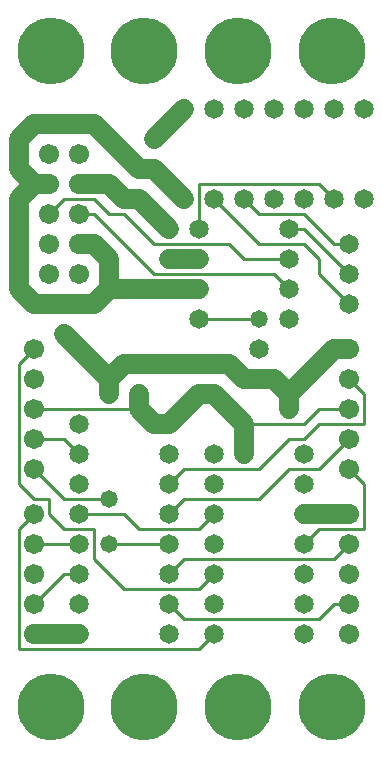
<source format=gbl>
%MOIN*%
%FSLAX25Y25*%
G04 D10 used for Character Trace; *
G04     Circle (OD=.01000) (No hole)*
G04 D11 used for Power Trace; *
G04     Circle (OD=.06500) (No hole)*
G04 D12 used for Signal Trace; *
G04     Circle (OD=.01100) (No hole)*
G04 D13 used for Via; *
G04     Circle (OD=.05800) (Round. Hole ID=.02800)*
G04 D14 used for Component hole; *
G04     Circle (OD=.06500) (Round. Hole ID=.03500)*
G04 D15 used for Component hole; *
G04     Circle (OD=.06700) (Round. Hole ID=.04300)*
G04 D16 used for Component hole; *
G04     Circle (OD=.08100) (Round. Hole ID=.05100)*
G04 D17 used for Component hole; *
G04     Circle (OD=.08900) (Round. Hole ID=.05900)*
G04 D18 used for Component hole; *
G04     Circle (OD=.11300) (Round. Hole ID=.08300)*
G04 D19 used for Component hole; *
G04     Circle (OD=.16000) (Round. Hole ID=.13000)*
G04 D20 used for Component hole; *
G04     Circle (OD=.18300) (Round. Hole ID=.15300)*
G04 D21 used for Component hole; *
G04     Circle (OD=.22291) (Round. Hole ID=.19291)*
%ADD10C,.01000*%
%ADD11C,.06500*%
%ADD12C,.01100*%
%ADD13C,.05800*%
%ADD14C,.06500*%
%ADD15C,.06700*%
%ADD16C,.08100*%
%ADD17C,.08900*%
%ADD18C,.11300*%
%ADD19C,.16000*%
%ADD20C,.18300*%
%ADD21C,.22291*%
%IPPOS*%
%LPD*%
G90*X0Y0D02*D21*X15625Y15625D03*D12*              
X5000Y35000D02*X65000D01*X70000Y40000D01*D14*D03* 
D12*X60000Y45000D02*X105000D01*X110000Y50000D01*  
X115000D01*D15*D03*Y60000D03*Y40000D03*D14*       
X100000Y60000D03*Y50000D03*D12*X60000Y65000D02*   
X110000D01*X55000Y60000D02*X60000Y65000D01*D14*   
X55000Y60000D03*D12*X40000Y55000D02*X65000D01*    
X40000D02*X30000Y65000D01*Y75000D01*X20000D01*    
X15000Y80000D01*Y85000D01*X10000D01*              
X5000Y90000D01*Y130000D01*X10000Y135000D01*D15*   
D03*Y125000D03*D13*X20000Y140000D03*D11*          
X35000Y125000D01*Y120000D01*D14*D03*D11*          
Y125000D02*X40000Y130000D01*X65000D01*D14*D03*D11*
X75000D01*X80000Y125000D01*X90000D01*             
X95000Y120000D01*Y115000D01*D14*D03*D12*          
X80000Y110000D02*X100000D01*D11*X80000Y100000D02* 
Y110000D01*D13*Y100000D03*D12*X60000Y95000D02*    
X85000D01*X55000Y90000D02*X60000Y95000D01*D14*    
X55000Y90000D03*D12*Y80000D02*X60000Y85000D01*D14*
X55000Y80000D03*D12*X60000Y85000D02*X85000D01*    
X95000Y95000D01*X105000D01*X115000Y105000D01*D15* 
D03*D12*X105000Y110000D02*X120000D01*             
X100000Y105000D02*X105000Y110000D01*              
X95000Y105000D02*X100000D01*X85000Y95000D02*      
X95000Y105000D01*D14*X100000Y80000D03*D11*        
X115000D01*D15*D03*D12*X105000Y75000D02*          
X120000D01*X100000Y70000D02*X105000Y75000D01*D14* 
X100000Y70000D03*D12*X110000Y65000D02*            
X115000Y70000D01*D15*D03*D12*X120000Y75000D02*    
Y90000D01*X115000Y95000D01*D15*D03*D12*           
X100000Y110000D02*X105000Y115000D01*X115000D01*   
D15*D03*D12*X120000Y110000D02*Y120000D01*         
X115000Y125000D01*D15*D03*Y135000D03*D11*         
X110000D01*X95000Y120000D01*D14*X85000Y135000D03* 
D11*X80000Y110000D02*X75000Y115000D01*D14*D03*D11*
X70000Y120000D01*X65000D01*D14*D03*D11*           
X55000Y110000D01*D14*D03*D11*X50000D01*           
X45000Y115000D01*D12*X10000D01*D15*D03*D12*       
X25000Y100000D02*X20000Y105000D01*D14*            
X25000Y100000D03*D12*X10000Y105000D02*X20000D01*  
D15*X10000D03*Y95000D03*D12*X20000Y85000D01*      
X35000D01*D13*D03*D12*X45000Y75000D02*            
X40000Y80000D01*X45000Y75000D02*X65000D01*        
X70000Y80000D01*D14*D03*Y90000D03*Y70000D03*      
X55000D03*D12*X35000D01*D13*D03*D14*              
X25000Y80000D03*D12*X40000D01*D14*X25000Y90000D03*
Y70000D03*D12*X10000D01*D15*D03*D12*              
X5000Y35000D02*Y75000D01*D15*X10000Y40000D03*D11* 
X25000D01*D14*D03*Y50000D03*D15*X10000D03*D12*    
X20000Y60000D01*X25000D01*D14*D03*D15*X10000D03*  
D12*X5000Y75000D02*X10000Y80000D01*D15*D03*D14*   
X25000Y110000D03*D11*X45000Y115000D02*Y120000D01* 
D14*D03*X55000Y100000D03*X70000D03*               
X65000Y145000D03*D12*X85000D01*D13*D03*D14*       
X95000Y155000D03*D12*X90000Y160000D01*X50000D01*  
X30000Y180000D01*X25000D01*D15*D03*D12*X35000D02* 
X30000Y185000D01*X35000Y180000D02*X40000D01*      
X50000Y170000D01*X75000D01*X80000Y165000D01*      
X95000D01*D14*D03*D12*X105000D02*                 
X100000Y170000D01*X105000Y160000D02*Y165000D01*   
X115000Y150000D02*X105000Y160000D01*D14*          
X115000Y150000D03*Y160000D03*D12*                 
X100000Y175000D01*X95000D01*D14*D03*D12*          
X85000Y170000D02*X100000D01*X85000D02*            
X70000Y185000D01*D14*D03*D12*X65000Y175000D02*    
Y190000D01*D14*Y175000D03*X55000Y165000D03*D11*   
X65000D01*D14*D03*D13*X55000Y175000D03*D11*       
X45000Y185000D01*X40000D01*X35000Y190000D01*      
X25000D01*D15*D03*D12*X20000Y185000D02*X30000D01* 
X15000Y180000D02*X20000Y185000D01*D15*            
X15000Y180000D03*X25000Y170000D03*D11*X30000D01*  
X35000Y165000D01*Y155000D01*X30000Y150000D01*     
X10000D01*X5000Y155000D01*Y185000D01*             
X10000Y190000D01*X15000D01*D15*D03*D11*X10000D02* 
X5000Y195000D01*Y205000D01*X10000Y210000D01*      
X30000D01*X45000Y195000D01*X50000D01*D14*D03*D11* 
X60000Y185000D01*D14*D03*D12*X65000Y190000D02*    
X105000D01*X110000Y185000D01*D14*D03*X120000D03*  
X100000D03*D12*X110000Y170000D02*                 
X100000Y180000D01*X110000Y170000D02*X115000D01*   
D14*D03*D12*X85000Y180000D02*X100000D01*X85000D02*
X80000Y185000D01*D14*D03*X90000D03*               
X110000Y215000D03*X55000Y155000D03*D11*X35000D01* 
D15*X25000Y160000D03*X15000Y170000D03*Y160000D03* 
D11*X55000Y155000D02*X65000D01*D14*D03*           
X95000Y145000D03*D15*X25000Y200000D03*X15000D03*  
D14*X50000Y205000D03*D11*X60000Y215000D01*D14*D03*
X70000D03*D21*X78125Y234375D03*D14*               
X80000Y215000D03*D21*X46875Y234375D03*D14*        
X90000Y215000D03*X100000D03*D21*X15625Y234375D03* 
X109375D03*D14*X120000Y215000D03*                 
X100000Y100000D03*Y90000D03*X70000Y60000D03*D12*  
X65000Y55000D01*D14*X70000Y50000D03*D12*          
X60000Y45000D02*X55000Y50000D01*D14*D03*Y40000D03*
D21*X46875Y15625D03*X78125D03*D14*                
X100000Y40000D03*D21*X109375Y15625D03*M02*        

</source>
